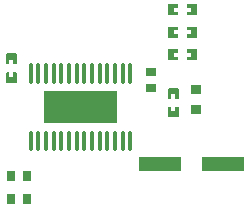
<source format=gtp>
G04 Layer: TopPasteMaskLayer*
G04 EasyEDA v6.5.3, 2022-04-20 15:58:44*
G04 ff22b18d42d7425680d8988076959c4e,2865ae9118a24060a17af6d01c9bcc73,10*
G04 Gerber Generator version 0.2*
G04 Scale: 100 percent, Rotated: No, Reflected: No *
G04 Dimensions in millimeters *
G04 leading zeros omitted , absolute positions ,4 integer and 5 decimal *
%FSLAX45Y45*%
%MOMM*%

%ADD12C,0.3430*%
%ADD19R,0.8000X0.9000*%
%ADD20R,0.9000X0.8000*%

%LPD*%
G36*
X1103020Y-1234389D02*
G01*
X1097991Y-1239418D01*
X1097991Y-1319377D01*
X1103020Y-1324406D01*
X1125778Y-1324406D01*
X1125778Y-1287373D01*
X1158798Y-1287373D01*
X1158798Y-1324406D01*
X1182979Y-1324406D01*
X1188008Y-1319377D01*
X1188008Y-1239418D01*
X1182979Y-1234389D01*
G37*
G36*
X1103020Y-1394409D02*
G01*
X1097991Y-1399387D01*
X1097991Y-1478381D01*
X1103020Y-1483410D01*
X1182979Y-1483410D01*
X1188008Y-1478381D01*
X1188008Y-1399387D01*
X1182979Y-1394409D01*
X1158798Y-1394409D01*
X1158798Y-1432407D01*
X1125778Y-1432407D01*
X1125778Y-1394409D01*
G37*
G36*
X1099718Y-526491D02*
G01*
X1094689Y-531520D01*
X1094689Y-611479D01*
X1099718Y-616508D01*
X1179677Y-616508D01*
X1184706Y-611479D01*
X1184706Y-588721D01*
X1147724Y-588721D01*
X1147724Y-555701D01*
X1184706Y-555701D01*
X1184706Y-531520D01*
X1179677Y-526491D01*
G37*
G36*
X1259687Y-526491D02*
G01*
X1254709Y-531520D01*
X1254709Y-555701D01*
X1292707Y-555701D01*
X1292707Y-588721D01*
X1254709Y-588721D01*
X1254709Y-611479D01*
X1259687Y-616508D01*
X1338681Y-616508D01*
X1343710Y-611479D01*
X1343710Y-531520D01*
X1338681Y-526491D01*
G37*
G36*
X1099718Y-716991D02*
G01*
X1094689Y-722020D01*
X1094689Y-801979D01*
X1099718Y-807008D01*
X1179677Y-807008D01*
X1184706Y-801979D01*
X1184706Y-779221D01*
X1147724Y-779221D01*
X1147724Y-746201D01*
X1184706Y-746201D01*
X1184706Y-722020D01*
X1179677Y-716991D01*
G37*
G36*
X1259687Y-716991D02*
G01*
X1254709Y-722020D01*
X1254709Y-746201D01*
X1292707Y-746201D01*
X1292707Y-779221D01*
X1254709Y-779221D01*
X1254709Y-801979D01*
X1259687Y-807008D01*
X1338681Y-807008D01*
X1343710Y-801979D01*
X1343710Y-722020D01*
X1338681Y-716991D01*
G37*
G36*
X1099718Y-907491D02*
G01*
X1094689Y-912520D01*
X1094689Y-992479D01*
X1099718Y-997508D01*
X1179677Y-997508D01*
X1184706Y-992479D01*
X1184706Y-969721D01*
X1147724Y-969721D01*
X1147724Y-936701D01*
X1184706Y-936701D01*
X1184706Y-912520D01*
X1179677Y-907491D01*
G37*
G36*
X1259687Y-907491D02*
G01*
X1254709Y-912520D01*
X1254709Y-936701D01*
X1292707Y-936701D01*
X1292707Y-969721D01*
X1254709Y-969721D01*
X1254709Y-992479D01*
X1259687Y-997508D01*
X1338681Y-997508D01*
X1343710Y-992479D01*
X1343710Y-912520D01*
X1338681Y-907491D01*
G37*
G36*
X-268579Y-942289D02*
G01*
X-273608Y-947318D01*
X-273608Y-1027277D01*
X-268579Y-1032306D01*
X-245821Y-1032306D01*
X-245821Y-995273D01*
X-212801Y-995273D01*
X-212801Y-1032306D01*
X-188620Y-1032306D01*
X-183591Y-1027277D01*
X-183591Y-947318D01*
X-188620Y-942289D01*
G37*
G36*
X-268579Y-1102309D02*
G01*
X-273608Y-1107287D01*
X-273608Y-1186281D01*
X-268579Y-1191310D01*
X-188620Y-1191310D01*
X-183591Y-1186281D01*
X-183591Y-1107287D01*
X-188620Y-1102309D01*
X-212801Y-1102309D01*
X-212801Y-1140307D01*
X-245821Y-1140307D01*
X-245821Y-1102309D01*
G37*
D12*
X-66903Y-1614162D02*
G01*
X-66903Y-1753014D01*
X-1904Y-1614162D02*
G01*
X-1904Y-1753014D01*
X63093Y-1614162D02*
G01*
X63093Y-1753014D01*
X128092Y-1614162D02*
G01*
X128092Y-1753014D01*
X193090Y-1614162D02*
G01*
X193090Y-1753014D01*
X258089Y-1614162D02*
G01*
X258089Y-1753014D01*
X323113Y-1614162D02*
G01*
X323113Y-1753014D01*
X388111Y-1614162D02*
G01*
X388111Y-1753014D01*
X453110Y-1614162D02*
G01*
X453110Y-1753014D01*
X518109Y-1614162D02*
G01*
X518109Y-1753014D01*
X583107Y-1614162D02*
G01*
X583107Y-1753014D01*
X648106Y-1614162D02*
G01*
X648106Y-1753014D01*
X713104Y-1614162D02*
G01*
X713104Y-1753014D01*
X778103Y-1614162D02*
G01*
X778103Y-1753014D01*
X-66903Y-1041011D02*
G01*
X-66903Y-1179863D01*
X-1904Y-1041011D02*
G01*
X-1904Y-1179863D01*
X63093Y-1041011D02*
G01*
X63093Y-1179863D01*
X128092Y-1041011D02*
G01*
X128092Y-1179863D01*
X193090Y-1041011D02*
G01*
X193090Y-1179863D01*
X258089Y-1041011D02*
G01*
X258089Y-1179863D01*
X323113Y-1041011D02*
G01*
X323113Y-1179863D01*
X388111Y-1041011D02*
G01*
X388111Y-1179863D01*
X453110Y-1041011D02*
G01*
X453110Y-1179863D01*
X518109Y-1041011D02*
G01*
X518109Y-1179863D01*
X583107Y-1041011D02*
G01*
X583107Y-1179863D01*
X648106Y-1041011D02*
G01*
X648106Y-1179863D01*
X713104Y-1041011D02*
G01*
X713104Y-1179863D01*
X778103Y-1041011D02*
G01*
X778103Y-1179863D01*
G36*
X1293500Y-1378590D02*
G01*
X1373499Y-1378590D01*
X1373499Y-1458589D01*
X1293500Y-1458589D01*
G37*
G36*
X1293500Y-1208410D02*
G01*
X1373499Y-1208410D01*
X1373499Y-1288409D01*
X1293500Y-1288409D01*
G37*
G36*
X853401Y-1819600D02*
G01*
X1203403Y-1819600D01*
X1203403Y-1939599D01*
X853401Y-1939599D01*
G37*
G36*
X1387396Y-1819600D02*
G01*
X1737398Y-1819600D01*
X1737398Y-1939599D01*
X1387396Y-1939599D01*
G37*
D19*
G01*
X-235102Y-1981200D03*
G01*
X-95097Y-1981200D03*
G01*
X-235102Y-2171700D03*
G01*
X-95097Y-2171700D03*
D20*
G01*
X952500Y-1098397D03*
G01*
X952500Y-1238402D03*
G36*
X45600Y-1534487D02*
G01*
X45600Y-1259486D01*
X665599Y-1259486D01*
X665599Y-1534487D01*
G37*
M02*

</source>
